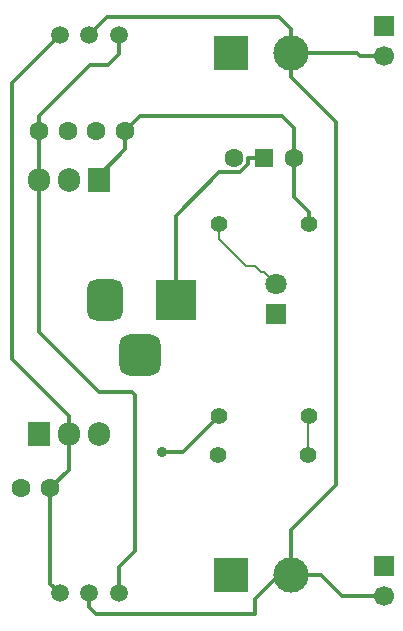
<source format=gtl>
%TF.GenerationSoftware,KiCad,Pcbnew,9.0.4*%
%TF.CreationDate,2025-09-23T18:33:02+01:00*%
%TF.ProjectId,Breadboard Power Supply,42726561-6462-46f6-9172-6420506f7765,v1.0*%
%TF.SameCoordinates,Original*%
%TF.FileFunction,Copper,L1,Top*%
%TF.FilePolarity,Positive*%
%FSLAX46Y46*%
G04 Gerber Fmt 4.6, Leading zero omitted, Abs format (unit mm)*
G04 Created by KiCad (PCBNEW 9.0.4) date 2025-09-23 18:33:02*
%MOMM*%
%LPD*%
G01*
G04 APERTURE LIST*
G04 Aperture macros list*
%AMRoundRect*
0 Rectangle with rounded corners*
0 $1 Rounding radius*
0 $2 $3 $4 $5 $6 $7 $8 $9 X,Y pos of 4 corners*
0 Add a 4 corners polygon primitive as box body*
4,1,4,$2,$3,$4,$5,$6,$7,$8,$9,$2,$3,0*
0 Add four circle primitives for the rounded corners*
1,1,$1+$1,$2,$3*
1,1,$1+$1,$4,$5*
1,1,$1+$1,$6,$7*
1,1,$1+$1,$8,$9*
0 Add four rect primitives between the rounded corners*
20,1,$1+$1,$2,$3,$4,$5,0*
20,1,$1+$1,$4,$5,$6,$7,0*
20,1,$1+$1,$6,$7,$8,$9,0*
20,1,$1+$1,$8,$9,$2,$3,0*%
G04 Aperture macros list end*
%TA.AperFunction,ComponentPad*%
%ADD10C,1.600000*%
%TD*%
%TA.AperFunction,ComponentPad*%
%ADD11R,3.000000X3.000000*%
%TD*%
%TA.AperFunction,ComponentPad*%
%ADD12C,3.000000*%
%TD*%
%TA.AperFunction,ComponentPad*%
%ADD13R,1.700000X1.700000*%
%TD*%
%TA.AperFunction,ComponentPad*%
%ADD14C,1.700000*%
%TD*%
%TA.AperFunction,ComponentPad*%
%ADD15RoundRect,0.875000X-0.875000X-0.875000X0.875000X-0.875000X0.875000X0.875000X-0.875000X0.875000X0*%
%TD*%
%TA.AperFunction,ComponentPad*%
%ADD16RoundRect,0.750000X-0.750000X-1.000000X0.750000X-1.000000X0.750000X1.000000X-0.750000X1.000000X0*%
%TD*%
%TA.AperFunction,ComponentPad*%
%ADD17R,3.500000X3.500000*%
%TD*%
%TA.AperFunction,ComponentPad*%
%ADD18C,1.800000*%
%TD*%
%TA.AperFunction,ComponentPad*%
%ADD19R,1.800000X1.800000*%
%TD*%
%TA.AperFunction,ComponentPad*%
%ADD20C,1.400000*%
%TD*%
%TA.AperFunction,ComponentPad*%
%ADD21C,1.508000*%
%TD*%
%TA.AperFunction,ComponentPad*%
%ADD22O,1.905000X2.000000*%
%TD*%
%TA.AperFunction,ComponentPad*%
%ADD23R,1.905000X2.000000*%
%TD*%
%TA.AperFunction,ComponentPad*%
%ADD24R,1.500000X1.500000*%
%TD*%
%TA.AperFunction,ViaPad*%
%ADD25C,0.900000*%
%TD*%
%TA.AperFunction,Conductor*%
%ADD26C,0.350000*%
%TD*%
%TA.AperFunction,Conductor*%
%ADD27C,0.200000*%
%TD*%
G04 APERTURE END LIST*
D10*
%TO.P,C3,2*%
%TO.N,GND*%
X130423600Y-109474000D03*
%TO.P,C3,1*%
%TO.N,/3.3V*%
X132923600Y-109474000D03*
%TD*%
D11*
%TO.P,J5,1,Pin_1*%
%TO.N,GND*%
X148183600Y-72644000D03*
D12*
%TO.P,J5,2,Pin_2*%
%TO.N,/PWR_output*%
X153263600Y-72644000D03*
%TD*%
D13*
%TO.P,J1,1,Pin_1*%
%TO.N,GND*%
X161137600Y-70353000D03*
D14*
%TO.P,J1,2,Pin_2*%
%TO.N,/PWR_output*%
X161137600Y-72893000D03*
%TD*%
D15*
%TO.P,J7,3*%
%TO.N,GND*%
X140515600Y-98230500D03*
D16*
%TO.P,J7,2*%
X137515600Y-93530500D03*
D17*
%TO.P,J7,1*%
%TO.N,/PWR_input*%
X143515600Y-93530500D03*
%TD*%
D10*
%TO.P,C1,2*%
%TO.N,GND*%
X136773600Y-79248000D03*
%TO.P,C1,1*%
%TO.N,/12V*%
X139273600Y-79248000D03*
%TD*%
D13*
%TO.P,J2,1,Pin_1*%
%TO.N,GND*%
X161137600Y-116128800D03*
D14*
%TO.P,J2,2,Pin_2*%
%TO.N,/PWR_output*%
X161137600Y-118668800D03*
%TD*%
D10*
%TO.P,C2,2*%
%TO.N,GND*%
X134447600Y-79248000D03*
%TO.P,C2,1*%
%TO.N,/5V*%
X131947600Y-79248000D03*
%TD*%
D11*
%TO.P,J6,1,Pin_1*%
%TO.N,GND*%
X148183600Y-116840000D03*
D12*
%TO.P,J6,2,Pin_2*%
%TO.N,/PWR_output*%
X153263600Y-116840000D03*
%TD*%
D18*
%TO.P,D1,2,A*%
%TO.N,Net-(D1-A)*%
X151993600Y-92207000D03*
D19*
%TO.P,D1,1,K*%
%TO.N,GND*%
X151993600Y-94747000D03*
%TD*%
D20*
%TO.P,R2,2*%
%TO.N,/3.3V*%
X147167600Y-103378000D03*
%TO.P,R2,1*%
%TO.N,Net-(U2-ADJ)*%
X154787600Y-103378000D03*
%TD*%
%TO.P,R3,2*%
%TO.N,Net-(U2-ADJ)*%
X154769600Y-106680000D03*
%TO.P,R3,1*%
%TO.N,GND*%
X147149600Y-106680000D03*
%TD*%
D21*
%TO.P,S2,3*%
%TO.N,/3.3V*%
X133705600Y-118364000D03*
%TO.P,S2,2*%
%TO.N,/PWR_output*%
X136205600Y-118364000D03*
%TO.P,S2,1*%
%TO.N,/5V*%
X138705600Y-118364000D03*
%TD*%
%TO.P,S1,3*%
%TO.N,/3.3V*%
X133705600Y-71120000D03*
%TO.P,S1,2*%
%TO.N,/PWR_output*%
X136205600Y-71120000D03*
%TO.P,S1,1*%
%TO.N,/5V*%
X138705600Y-71120000D03*
%TD*%
D22*
%TO.P,U1,3,VO*%
%TO.N,/5V*%
X131927600Y-83378000D03*
%TO.P,U1,2,GND*%
%TO.N,GND*%
X134467600Y-83378000D03*
D23*
%TO.P,U1,1,VI*%
%TO.N,/12V*%
X137007600Y-83378000D03*
%TD*%
D10*
%TO.P,SW1,3,A*%
%TO.N,/12V*%
X153517600Y-81534000D03*
%TO.P,SW1,2,C*%
%TO.N,unconnected-(SW1-C-Pad2)*%
X148437600Y-81534000D03*
D24*
%TO.P,SW1,1,B*%
%TO.N,/PWR_input*%
X150977600Y-81534000D03*
%TD*%
D20*
%TO.P,R1,2*%
%TO.N,/12V*%
X154787600Y-87122000D03*
%TO.P,R1,1*%
%TO.N,Net-(D1-A)*%
X147167600Y-87122000D03*
%TD*%
D22*
%TO.P,U2,3,VI*%
%TO.N,/12V*%
X137007600Y-104902000D03*
%TO.P,U2,2,VO*%
%TO.N,/3.3V*%
X134467600Y-104902000D03*
D23*
%TO.P,U2,1,ADJ*%
%TO.N,Net-(U2-ADJ)*%
X131927600Y-104902000D03*
%TD*%
D25*
%TO.N,/3.3V*%
X142341600Y-106426000D03*
%TD*%
D26*
%TO.N,/12V*%
X154787600Y-86106000D02*
X154787600Y-87122000D01*
X137007600Y-83378000D02*
X137007600Y-83058000D01*
X153517600Y-84836000D02*
X154787600Y-86106000D01*
X153517600Y-78994000D02*
X153517600Y-81534000D01*
X139273600Y-80792000D02*
X139273600Y-79248000D01*
X152501600Y-77978000D02*
X153517600Y-78994000D01*
X139273600Y-79248000D02*
X140543600Y-77978000D01*
X153517600Y-81534000D02*
X153517600Y-84836000D01*
X137007600Y-83058000D02*
X139273600Y-80792000D01*
X140543600Y-77978000D02*
X152501600Y-77978000D01*
%TO.N,/5V*%
X140055600Y-101600000D02*
X140055600Y-114808000D01*
X131927600Y-83378000D02*
X131927600Y-79268000D01*
X139801600Y-101346000D02*
X140055600Y-101600000D01*
X136245600Y-73660000D02*
X137769600Y-73660000D01*
X137769600Y-73660000D02*
X138705600Y-72724000D01*
X131947600Y-79248000D02*
X131947600Y-77998000D01*
X138705600Y-72724000D02*
X138705600Y-71120000D01*
X131947600Y-77998000D02*
X131927600Y-77978000D01*
X131927600Y-96266000D02*
X137007600Y-101346000D01*
X131927600Y-83378000D02*
X131927600Y-96266000D01*
X137007600Y-101346000D02*
X139801600Y-101346000D01*
X140055600Y-114808000D02*
X138705600Y-116158000D01*
X138705600Y-116158000D02*
X138705600Y-118364000D01*
X131927600Y-79268000D02*
X131947600Y-79248000D01*
X131927600Y-77978000D02*
X136245600Y-73660000D01*
%TO.N,/3.3V*%
X134467600Y-107930000D02*
X134467600Y-104902000D01*
X134467600Y-103378000D02*
X134467600Y-104902000D01*
X144119600Y-106426000D02*
X147167600Y-103378000D01*
X129641600Y-75184000D02*
X129641600Y-98552000D01*
X142341600Y-106426000D02*
X144119600Y-106426000D01*
X132923600Y-117582000D02*
X132923600Y-109474000D01*
X133705600Y-71120000D02*
X129641600Y-75184000D01*
X133705600Y-118364000D02*
X132923600Y-117582000D01*
X129641600Y-98552000D02*
X134467600Y-103378000D01*
X132923600Y-109474000D02*
X134467600Y-107930000D01*
D27*
%TO.N,Net-(D1-A)*%
X149453600Y-90678000D02*
X150215600Y-90678000D01*
X150215600Y-90678000D02*
X150728600Y-91191000D01*
X147167600Y-88392000D02*
X149453600Y-90678000D01*
X147167600Y-87122000D02*
X147167600Y-88392000D01*
X150728600Y-91191000D02*
X150977600Y-91191000D01*
X150977600Y-91191000D02*
X151993600Y-92207000D01*
D26*
%TO.N,/PWR_output*%
X136205600Y-71120000D02*
X137729600Y-69596000D01*
X150215600Y-120142000D02*
X150215600Y-118872000D01*
X153263600Y-72644000D02*
X158851600Y-72644000D01*
X150215600Y-118872000D02*
X152247600Y-116840000D01*
X136205600Y-118364000D02*
X136205600Y-119594000D01*
X152247600Y-116840000D02*
X153263600Y-116840000D01*
X137729600Y-69596000D02*
X152247600Y-69596000D01*
X153263600Y-116840000D02*
X155803600Y-116840000D01*
X159110600Y-72893000D02*
X161137600Y-72893000D01*
X157073600Y-109220000D02*
X153263600Y-113030000D01*
X157632400Y-118668800D02*
X161137600Y-118668800D01*
X155803600Y-116840000D02*
X157632400Y-118668800D01*
X159105600Y-72898000D02*
X159110600Y-72893000D01*
X153263600Y-72644000D02*
X153263600Y-74676000D01*
X136205600Y-119594000D02*
X136753600Y-120142000D01*
X158851600Y-72644000D02*
X159105600Y-72898000D01*
X153263600Y-113030000D02*
X153263600Y-116840000D01*
X157073600Y-78486000D02*
X157073600Y-109220000D01*
X153263600Y-74676000D02*
X157073600Y-78486000D01*
X153263600Y-70612000D02*
X153263600Y-72644000D01*
X152247600Y-69596000D02*
X153263600Y-70612000D01*
X136753600Y-120142000D02*
X150215600Y-120142000D01*
%TO.N,/PWR_input*%
X147211600Y-82760000D02*
X148945426Y-82760000D01*
X149663600Y-82041826D02*
X149663600Y-81534000D01*
X143515600Y-86456000D02*
X147211600Y-82760000D01*
X148945426Y-82760000D02*
X149663600Y-82041826D01*
X149663600Y-81534000D02*
X150977600Y-81534000D01*
X143515600Y-93530500D02*
X143515600Y-86456000D01*
D27*
%TO.N,Net-(U2-ADJ)*%
X154787600Y-103632000D02*
X154769600Y-103650000D01*
X154769600Y-103650000D02*
X154769600Y-106680000D01*
X154787600Y-103378000D02*
X154787600Y-103632000D01*
%TD*%
M02*

</source>
